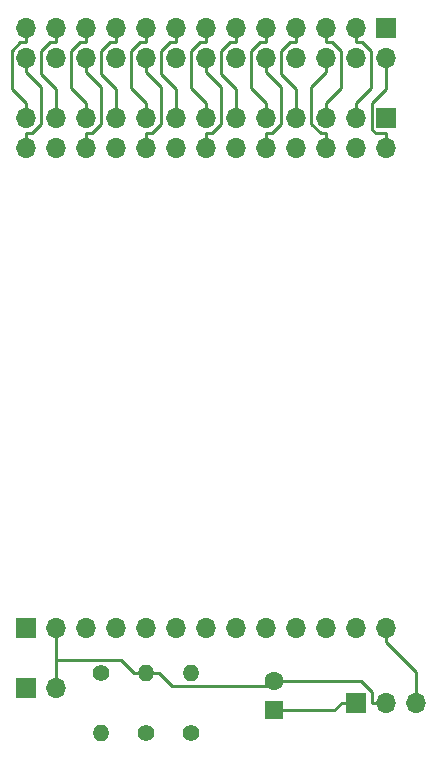
<source format=gtl>
G04 #@! TF.FileFunction,Copper,L1,Top,Signal*
%FSLAX46Y46*%
G04 Gerber Fmt 4.6, Leading zero omitted, Abs format (unit mm)*
G04 Created by KiCad (PCBNEW 4.0.1-stable) date 2017/08/26 19:12:35*
%MOMM*%
G01*
G04 APERTURE LIST*
%ADD10C,0.100000*%
%ADD11R,1.600000X1.600000*%
%ADD12C,1.600000*%
%ADD13R,1.700000X1.700000*%
%ADD14O,1.700000X1.700000*%
%ADD15C,1.400000*%
%ADD16O,1.400000X1.400000*%
%ADD17C,0.250000*%
G04 APERTURE END LIST*
D10*
D11*
X139573000Y-128270000D03*
D12*
X139573000Y-125770000D03*
D13*
X118618000Y-121285000D03*
D14*
X121158000Y-121285000D03*
X123698000Y-121285000D03*
X126238000Y-121285000D03*
X128778000Y-121285000D03*
X131318000Y-121285000D03*
X133858000Y-121285000D03*
X136398000Y-121285000D03*
X138938000Y-121285000D03*
X141478000Y-121285000D03*
X144018000Y-121285000D03*
X146558000Y-121285000D03*
X149098000Y-121285000D03*
D13*
X149098000Y-70485000D03*
D14*
X149098000Y-73025000D03*
X146558000Y-70485000D03*
X146558000Y-73025000D03*
X144018000Y-70485000D03*
X144018000Y-73025000D03*
X141478000Y-70485000D03*
X141478000Y-73025000D03*
X138938000Y-70485000D03*
X138938000Y-73025000D03*
X136398000Y-70485000D03*
X136398000Y-73025000D03*
X133858000Y-70485000D03*
X133858000Y-73025000D03*
X131318000Y-70485000D03*
X131318000Y-73025000D03*
X128778000Y-70485000D03*
X128778000Y-73025000D03*
X126238000Y-70485000D03*
X126238000Y-73025000D03*
X123698000Y-70485000D03*
X123698000Y-73025000D03*
X121158000Y-70485000D03*
X121158000Y-73025000D03*
X118618000Y-70485000D03*
X118618000Y-73025000D03*
D13*
X146558000Y-127635000D03*
D14*
X149098000Y-127635000D03*
X151638000Y-127635000D03*
D13*
X149098000Y-78105000D03*
D14*
X149098000Y-80645000D03*
X146558000Y-78105000D03*
X146558000Y-80645000D03*
X144018000Y-78105000D03*
X144018000Y-80645000D03*
X141478000Y-78105000D03*
X141478000Y-80645000D03*
X138938000Y-78105000D03*
X138938000Y-80645000D03*
X136398000Y-78105000D03*
X136398000Y-80645000D03*
X133858000Y-78105000D03*
X133858000Y-80645000D03*
X131318000Y-78105000D03*
X131318000Y-80645000D03*
X128778000Y-78105000D03*
X128778000Y-80645000D03*
X126238000Y-78105000D03*
X126238000Y-80645000D03*
X123698000Y-78105000D03*
X123698000Y-80645000D03*
X121158000Y-78105000D03*
X121158000Y-80645000D03*
X118618000Y-78105000D03*
X118618000Y-80645000D03*
D15*
X124968000Y-125095000D03*
D16*
X124968000Y-130175000D03*
D15*
X128778000Y-130175000D03*
D16*
X128778000Y-125095000D03*
D15*
X132588000Y-130175000D03*
D16*
X132588000Y-125095000D03*
D13*
X118618000Y-126365000D03*
D14*
X121158000Y-126365000D03*
D17*
X151638000Y-125050300D02*
X149098000Y-122510300D01*
X151638000Y-127635000D02*
X151638000Y-125050300D01*
X149098000Y-121285000D02*
X149098000Y-122510300D01*
X144697700Y-128270000D02*
X145332700Y-127635000D01*
X139573000Y-128270000D02*
X144697700Y-128270000D01*
X146558000Y-127635000D02*
X145332700Y-127635000D01*
X146926700Y-125770000D02*
X139573000Y-125770000D01*
X147872700Y-126716000D02*
X146926700Y-125770000D01*
X147872700Y-127635000D02*
X147872700Y-126716000D01*
X149098000Y-127635000D02*
X147872700Y-127635000D01*
X139153300Y-126189700D02*
X139573000Y-125770000D01*
X130948000Y-126189700D02*
X139153300Y-126189700D01*
X129853300Y-125095000D02*
X130948000Y-126189700D01*
X128778000Y-125095000D02*
X129853300Y-125095000D01*
X128778000Y-125095000D02*
X127702700Y-125095000D01*
X126616100Y-124008400D02*
X127702700Y-125095000D01*
X121158000Y-124008400D02*
X126616100Y-124008400D01*
X121158000Y-126365000D02*
X121158000Y-124008400D01*
X121158000Y-124008400D02*
X121158000Y-121285000D01*
X149098000Y-75657600D02*
X149098000Y-73025000D01*
X147872600Y-76883000D02*
X149098000Y-75657600D01*
X147872600Y-79113300D02*
X147872600Y-76883000D01*
X148179000Y-79419700D02*
X147872600Y-79113300D01*
X149098000Y-79419700D02*
X148179000Y-79419700D01*
X149098000Y-80645000D02*
X149098000Y-79419700D01*
X147065800Y-71710300D02*
X146558000Y-71710300D01*
X147828000Y-72472500D02*
X147065800Y-71710300D01*
X147828000Y-75609700D02*
X147828000Y-72472500D01*
X146558000Y-76879700D02*
X147828000Y-75609700D01*
X146558000Y-78105000D02*
X146558000Y-76879700D01*
X146558000Y-70485000D02*
X146558000Y-71710300D01*
X144525800Y-71710300D02*
X144018000Y-71710300D01*
X145288000Y-72472500D02*
X144525800Y-71710300D01*
X145288000Y-75609700D02*
X145288000Y-72472500D01*
X144018000Y-76879700D02*
X145288000Y-75609700D01*
X144018000Y-78105000D02*
X144018000Y-76879700D01*
X144018000Y-70485000D02*
X144018000Y-71710300D01*
X142748200Y-75520100D02*
X144018000Y-74250300D01*
X142748200Y-78609400D02*
X142748200Y-75520100D01*
X143558500Y-79419700D02*
X142748200Y-78609400D01*
X144018000Y-79419700D02*
X143558500Y-79419700D01*
X144018000Y-80645000D02*
X144018000Y-79419700D01*
X144018000Y-73025000D02*
X144018000Y-74250300D01*
X140970200Y-71710300D02*
X141478000Y-71710300D01*
X140208000Y-72472500D02*
X140970200Y-71710300D01*
X140208000Y-74400600D02*
X140208000Y-72472500D01*
X141478000Y-75670600D02*
X140208000Y-74400600D01*
X141478000Y-78105000D02*
X141478000Y-75670600D01*
X141478000Y-70485000D02*
X141478000Y-71710300D01*
X138430200Y-71710300D02*
X138938000Y-71710300D01*
X137668000Y-72472500D02*
X138430200Y-71710300D01*
X137668000Y-75609700D02*
X137668000Y-72472500D01*
X138938000Y-76879700D02*
X137668000Y-75609700D01*
X138938000Y-78105000D02*
X138938000Y-76879700D01*
X138938000Y-70485000D02*
X138938000Y-71710300D01*
X140184500Y-75496800D02*
X138938000Y-74250300D01*
X140184500Y-78632700D02*
X140184500Y-75496800D01*
X139397500Y-79419700D02*
X140184500Y-78632700D01*
X138938000Y-79419700D02*
X139397500Y-79419700D01*
X138938000Y-80645000D02*
X138938000Y-79419700D01*
X138938000Y-73025000D02*
X138938000Y-74250300D01*
X135890200Y-71710300D02*
X136398000Y-71710300D01*
X135128000Y-72472500D02*
X135890200Y-71710300D01*
X135128000Y-74400600D02*
X135128000Y-72472500D01*
X136398000Y-75670600D02*
X135128000Y-74400600D01*
X136398000Y-78105000D02*
X136398000Y-75670600D01*
X136398000Y-70485000D02*
X136398000Y-71710300D01*
X133350200Y-71710300D02*
X133858000Y-71710300D01*
X132588000Y-72472500D02*
X133350200Y-71710300D01*
X132588000Y-75609700D02*
X132588000Y-72472500D01*
X133858000Y-76879700D02*
X132588000Y-75609700D01*
X133858000Y-78105000D02*
X133858000Y-76879700D01*
X133858000Y-70485000D02*
X133858000Y-71710300D01*
X135128000Y-75520300D02*
X133858000Y-74250300D01*
X135128000Y-78609200D02*
X135128000Y-75520300D01*
X134317500Y-79419700D02*
X135128000Y-78609200D01*
X133858000Y-79419700D02*
X134317500Y-79419700D01*
X133858000Y-80645000D02*
X133858000Y-79419700D01*
X133858000Y-73025000D02*
X133858000Y-74250300D01*
X130810200Y-71710300D02*
X131318000Y-71710300D01*
X130048000Y-72472500D02*
X130810200Y-71710300D01*
X130048000Y-74400600D02*
X130048000Y-72472500D01*
X131318000Y-75670600D02*
X130048000Y-74400600D01*
X131318000Y-78105000D02*
X131318000Y-75670600D01*
X131318000Y-70485000D02*
X131318000Y-71710300D01*
X128270200Y-71710300D02*
X128778000Y-71710300D01*
X127508000Y-72472500D02*
X128270200Y-71710300D01*
X127508000Y-75609700D02*
X127508000Y-72472500D01*
X128778000Y-76879700D02*
X127508000Y-75609700D01*
X128778000Y-78105000D02*
X128778000Y-76879700D01*
X128778000Y-70485000D02*
X128778000Y-71710300D01*
X130024500Y-75496800D02*
X128778000Y-74250300D01*
X130024500Y-78632700D02*
X130024500Y-75496800D01*
X129237500Y-79419700D02*
X130024500Y-78632700D01*
X128778000Y-79419700D02*
X129237500Y-79419700D01*
X128778000Y-80645000D02*
X128778000Y-79419700D01*
X128778000Y-73025000D02*
X128778000Y-74250300D01*
X125730200Y-71710300D02*
X126238000Y-71710300D01*
X124968000Y-72472500D02*
X125730200Y-71710300D01*
X124968000Y-74400600D02*
X124968000Y-72472500D01*
X126238000Y-75670600D02*
X124968000Y-74400600D01*
X126238000Y-78105000D02*
X126238000Y-75670600D01*
X126238000Y-70485000D02*
X126238000Y-71710300D01*
X123190200Y-71710300D02*
X123698000Y-71710300D01*
X122428000Y-72472500D02*
X123190200Y-71710300D01*
X122428000Y-75609700D02*
X122428000Y-72472500D01*
X123698000Y-76879700D02*
X122428000Y-75609700D01*
X123698000Y-78105000D02*
X123698000Y-76879700D01*
X123698000Y-70485000D02*
X123698000Y-71710300D01*
X124968000Y-75520300D02*
X123698000Y-74250300D01*
X124968000Y-78609200D02*
X124968000Y-75520300D01*
X124157500Y-79419700D02*
X124968000Y-78609200D01*
X123698000Y-79419700D02*
X124157500Y-79419700D01*
X123698000Y-80645000D02*
X123698000Y-79419700D01*
X123698000Y-73025000D02*
X123698000Y-74250300D01*
X120650200Y-71710300D02*
X121158000Y-71710300D01*
X119888000Y-72472500D02*
X120650200Y-71710300D01*
X119888000Y-74400600D02*
X119888000Y-72472500D01*
X121158000Y-75670600D02*
X119888000Y-74400600D01*
X121158000Y-78105000D02*
X121158000Y-75670600D01*
X121158000Y-70485000D02*
X121158000Y-71710300D01*
X118110200Y-71710300D02*
X118618000Y-71710300D01*
X117385600Y-72434900D02*
X118110200Y-71710300D01*
X117385600Y-75647300D02*
X117385600Y-72434900D01*
X118618000Y-76879700D02*
X117385600Y-75647300D01*
X118618000Y-78105000D02*
X118618000Y-76879700D01*
X118618000Y-70485000D02*
X118618000Y-71710300D01*
X119888000Y-75520300D02*
X118618000Y-74250300D01*
X119888000Y-78609200D02*
X119888000Y-75520300D01*
X119077500Y-79419700D02*
X119888000Y-78609200D01*
X118618000Y-79419700D02*
X119077500Y-79419700D01*
X118618000Y-80645000D02*
X118618000Y-79419700D01*
X118618000Y-73025000D02*
X118618000Y-74250300D01*
M02*

</source>
